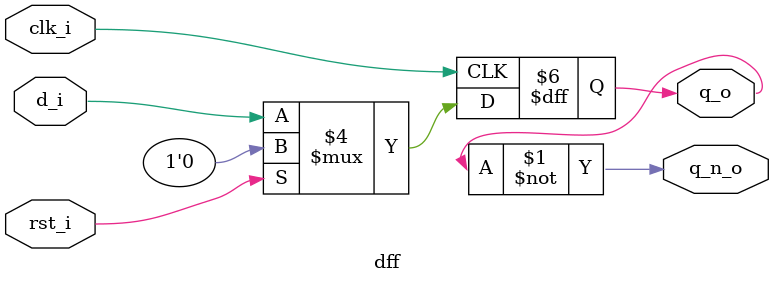
<source format=v>

module divide_by_2(
  input  clk_i , // Input Clock
  input  rst_i , // Reset
  output clk_o   // Output Clock
);
  
  wire q_n;
  
  // DFF 0
  dff dff_1(
    .clk_i(clk_i  ),
    .rst_i(rst_i  ),
    .d_i  (q_n    ),
    .q_o  (clk_o  ),
    .q_n_o(q_n    )
  );

endmodule

// DFF
module dff(
  input      clk_i,
  input      rst_i,
  input      d_i  ,
  output reg q_o  ,
  output     q_n_o
);
  
  assign q_n_o = ~q_o;

  always@(posedge clk_i)begin
    if(rst_i)begin
      q_o <= 1'b0;
    end else begin
      q_o <= d_i;
    end
  end

endmodule
</source>
